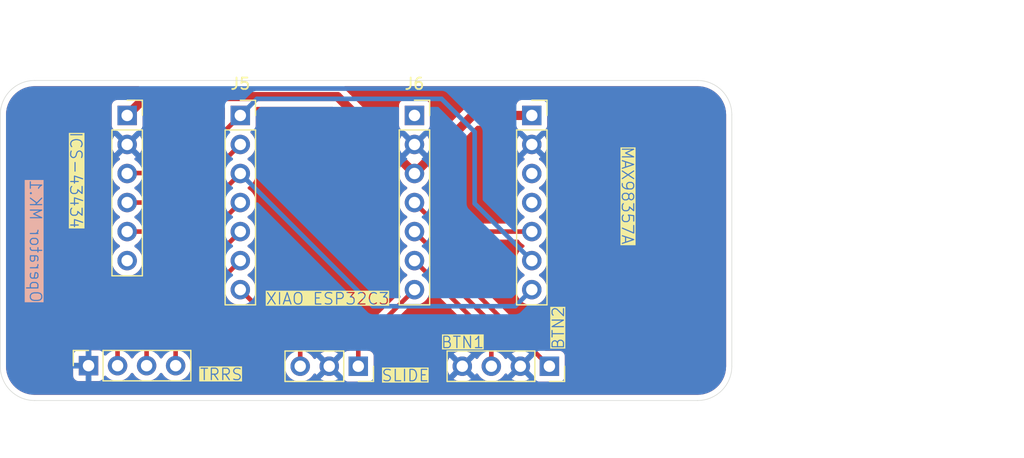
<source format=kicad_pcb>
(kicad_pcb (version 20241229) (generator "pcbnew") (generator_version "9.0")
  (layers (0 "F.Cu" signal) (2 "B.Cu" signal) (13 "F.Paste" user) (15 "B.Paste" user) (5 "F.SilkS" user "F.Silkscreen") (7 "B.SilkS" user "B.Silkscreen") (1 "F.Mask" user) (3 "B.Mask" user) (25 "Edge.Cuts" user))
  (net 0 "")
  (net 2 "BCLK")
  (net 3 "GND")
  (net 4 "LRC")
  (net 5 "3V")
  (net 6 "DOUT")
  (net 7 "DIN")
  (net 11 "D7")
  (net 12 "D9")
  (net 13 "D4")
  (net 14 "D8")
  (net 15 "D5")
  (net 16 "D6")
  (net 17 "D3")
  (footprint "Connector_PinSocket_2.54mm:PinSocket_1x07_P2.54mm_Vertical" (layer "F.Cu") (at 153.5 90.06)
    (property "Reference" "J4" (hide yes))
    (property "Value" "Speaker" (hide yes))
    (fp_line (start -1.33 1.27) (end -1.33 16.57) (stroke (width 0.12)) (layer "F.SilkS"))
    (fp_line (start -1.33 1.27) (end 1.33 1.27) (stroke (width 0.12)) (layer "F.SilkS"))
    (fp_line (start -1.33 16.57) (end 1.33 16.57) (stroke (width 0.12)) (layer "F.SilkS"))
    (fp_line (start 0 -1.33) (end 1.33 -1.33) (stroke (width 0.12)) (layer "F.SilkS"))
    (fp_line (start 1.33 -1.33) (end 1.33 0) (stroke (width 0.12)) (layer "F.SilkS"))
    (fp_line (start 1.33 1.27) (end 1.33 16.57) (stroke (width 0.12)) (layer "F.SilkS"))
    (pad "1" thru_hole rect (at 0 0) (size 1.7 1.7) (drill 1) (layers "*.Cu" "*.Mask") (net 5 "3V"))
    (pad "2" thru_hole circle (at 0 2.54) (size 1.7 1.7) (drill 1) (layers "*.Cu" "*.Mask") (net 3 "GND"))
    (pad "3" thru_hole circle (at 0 5.08) (size 1.7 1.7) (drill 1) (layers "*.Cu" "*.Mask"))
    (pad "4" thru_hole circle (at 0 7.62) (size 1.7 1.7) (drill 1) (layers "*.Cu" "*.Mask"))
    (pad "5" thru_hole circle (at 0 10.16) (size 1.7 1.7) (drill 1) (layers "*.Cu" "*.Mask") (net 7 "DIN"))
    (pad "6" thru_hole circle (at 0 12.7) (size 1.7 1.7) (drill 1) (layers "*.Cu" "*.Mask") (net 2 "BCLK"))
    (pad "7" thru_hole circle (at 0 15.24) (size 1.7 1.7) (drill 1) (layers "*.Cu" "*.Mask") (net 4 "LRC"))
  )
  (footprint "Connector_PinSocket_2.54mm:PinSocket_1x04_P2.54mm_Vertical" (layer "F.Cu") (at 155.04 112 -90)
    (property "Reference" "J3" (hide yes))
    (property "Value" "Buttons" (hide yes))
    (fp_line (start -1.33 8.95) (end 1.33 8.95) (stroke (width 0.12)) (layer "F.SilkS"))
    (fp_line (start -1.33 1.27) (end -1.33 8.95) (stroke (width 0.12)) (layer "F.SilkS"))
    (fp_line (start -1.33 1.27) (end 1.33 1.27) (stroke (width 0.12)) (layer "F.SilkS"))
    (fp_line (start 1.33 1.27) (end 1.33 8.95) (stroke (width 0.12)) (layer "F.SilkS"))
    (fp_line (start 0 -1.33) (end 1.33 -1.33) (stroke (width 0.12)) (layer "F.SilkS"))
    (fp_line (start 1.33 -1.33) (end 1.33 0) (stroke (width 0.12)) (layer "F.SilkS"))
    (pad "1" thru_hole rect (at 0 0 270) (size 1.7 1.7) (drill 1) (layers "*.Cu" "*.Mask") (net 12 "D9"))
    (pad "2" thru_hole circle (at 0 2.54 270) (size 1.7 1.7) (drill 1) (layers "*.Cu" "*.Mask") (net 3 "GND"))
    (pad "3" thru_hole circle (at 0 5.08 270) (size 1.7 1.7) (drill 1) (layers "*.Cu" "*.Mask") (net 14 "D8"))
    (pad "4" thru_hole circle (at 0 7.62 270) (size 1.7 1.7) (drill 1) (layers "*.Cu" "*.Mask") (net 3 "GND"))
  )
  (footprint "Connector_PinSocket_2.54mm:PinSocket_1x07_P2.54mm_Vertical" (layer "F.Cu") (at 128 90.06)
    (property "Reference" "J5" (at 0 -2.77 0) (layer "F.SilkS"))
    (property "Value" "Xiao Left" (hide yes))
    (fp_line (start -1.33 1.27) (end -1.33 16.57) (stroke (width 0.12)) (layer "F.SilkS"))
    (fp_line (start -1.33 1.27) (end 1.33 1.27) (stroke (width 0.12)) (layer "F.SilkS"))
    (fp_line (start -1.33 16.57) (end 1.33 16.57) (stroke (width 0.12)) (layer "F.SilkS"))
    (fp_line (start 0 -1.33) (end 1.33 -1.33) (stroke (width 0.12)) (layer "F.SilkS"))
    (fp_line (start 1.33 -1.33) (end 1.33 0) (stroke (width 0.12)) (layer "F.SilkS"))
    (fp_line (start 1.33 1.27) (end 1.33 16.57) (stroke (width 0.12)) (layer "F.SilkS"))
    (pad "1" thru_hole rect (at 0 0) (size 1.7 1.7) (drill 1) (layers "*.Cu" "*.Mask") (net 2 "BCLK"))
    (pad "2" thru_hole circle (at 0 2.54) (size 1.7 1.7) (drill 1) (layers "*.Cu" "*.Mask") (net 6 "DOUT"))
    (pad "3" thru_hole circle (at 0 5.08) (size 1.7 1.7) (drill 1) (layers "*.Cu" "*.Mask") (net 4 "LRC"))
    (pad "4" thru_hole circle (at 0 7.62) (size 1.7 1.7) (drill 1) (layers "*.Cu" "*.Mask") (net 17 "D3"))
    (pad "5" thru_hole circle (at 0 10.16) (size 1.7 1.7) (drill 1) (layers "*.Cu" "*.Mask") (net 13 "D4"))
    (pad "6" thru_hole circle (at 0 12.7) (size 1.7 1.7) (drill 1) (layers "*.Cu" "*.Mask") (net 15 "D5"))
    (pad "7" thru_hole circle (at 0 15.24) (size 1.7 1.7) (drill 1) (layers "*.Cu" "*.Mask") (net 16 "D6"))
  )
  (footprint "Connector_PinSocket_2.54mm:PinSocket_1x04_P2.54mm_Vertical" (layer "F.Cu") (at 114.72 111.95 90)
    (property "Reference" "J8" (hide yes))
    (property "Value" "TRRS Socket" (hide yes))
    (fp_line (start 1.33 -1.33) (end 1.33 0) (stroke (width 0.12)) (layer "F.SilkS"))
    (fp_line (start 0 -1.33) (end 1.33 -1.33) (stroke (width 0.12)) (layer "F.SilkS"))
    (fp_line (start 1.33 1.27) (end 1.33 8.95) (stroke (width 0.12)) (layer "F.SilkS"))
    (fp_line (start -1.33 1.27) (end 1.33 1.27) (stroke (width 0.12)) (layer "F.SilkS"))
    (fp_line (start -1.33 1.27) (end -1.33 8.95) (stroke (width 0.12)) (layer "F.SilkS"))
    (fp_line (start -1.33 8.95) (end 1.33 8.95) (stroke (width 0.12)) (layer "F.SilkS"))
    (pad "1" thru_hole rect (at 0 0 90) (size 1.7 1.7) (drill 1) (layers "*.Cu" "*.Mask") (net 3 "GND"))
    (pad "2" thru_hole circle (at 0 2.54 90) (size 1.7 1.7) (drill 1) (layers "*.Cu" "*.Mask") (net 17 "D3"))
    (pad "3" thru_hole circle (at 0 5.08 90) (size 1.7 1.7) (drill 1) (layers "*.Cu" "*.Mask") (net 13 "D4"))
    (pad "4" thru_hole circle (at 0 7.62 90) (size 1.7 1.7) (drill 1) (layers "*.Cu" "*.Mask") (net 15 "D5"))
  )
  (footprint "Connector_PinSocket_2.54mm:PinSocket_1x07_P2.54mm_Vertical" (layer "F.Cu") (at 143.235 90.06)
    (property "Reference" "J6" (at 0 -2.77 0) (layer "F.SilkS"))
    (property "Value" "Xiao Right")
    (fp_line (start -1.33 1.27) (end -1.33 16.57) (stroke (width 0.12)) (layer "F.SilkS"))
    (fp_line (start -1.33 1.27) (end 1.33 1.27) (stroke (width 0.12)) (layer "F.SilkS"))
    (fp_line (start -1.33 16.57) (end 1.33 16.57) (stroke (width 0.12)) (layer "F.SilkS"))
    (fp_line (start 0 -1.33) (end 1.33 -1.33) (stroke (width 0.12)) (layer "F.SilkS"))
    (fp_line (start 1.33 -1.33) (end 1.33 0) (stroke (width 0.12)) (layer "F.SilkS"))
    (fp_line (start 1.33 1.27) (end 1.33 16.57) (stroke (width 0.12)) (layer "F.SilkS"))
    (pad "1" thru_hole rect (at 0 0) (size 1.7 1.7) (drill 1) (layers "*.Cu" "*.Mask"))
    (pad "2" thru_hole circle (at 0 2.54) (size 1.7 1.7) (drill 1) (layers "*.Cu" "*.Mask") (net 3 "GND"))
    (pad "3" thru_hole circle (at 0 5.08) (size 1.7 1.7) (drill 1) (layers "*.Cu" "*.Mask") (net 5 "3V"))
    (pad "4" thru_hole circle (at 0 7.62) (size 1.7 1.7) (drill 1) (layers "*.Cu" "*.Mask") (net 7 "DIN"))
    (pad "5" thru_hole circle (at 0 10.16) (size 1.7 1.7) (drill 1) (layers "*.Cu" "*.Mask") (net 12 "D9"))
    (pad "6" thru_hole circle (at 0 12.7) (size 1.7 1.7) (drill 1) (layers "*.Cu" "*.Mask") (net 14 "D8"))
    (pad "7" thru_hole circle (at 0 15.24) (size 1.7 1.7) (drill 1) (layers "*.Cu" "*.Mask") (net 11 "D7"))
  )
  (footprint "Connector_PinSocket_2.54mm:PinSocket_1x03_P2.54mm_Vertical" (layer "F.Cu") (at 138.32 112 -90)
    (property "Reference" "J1" (hide yes))
    (property "Value" "Slide Switch" (hide yes))
    (fp_line (start -1.33 6.41) (end 1.33 6.41) (stroke (width 0.12)) (layer "F.SilkS"))
    (fp_line (start -1.33 1.27) (end -1.33 6.41) (stroke (width 0.12)) (layer "F.SilkS"))
    (fp_line (start -1.33 1.27) (end 1.33 1.27) (stroke (width 0.12)) (layer "F.SilkS"))
    (fp_line (start 1.33 1.27) (end 1.33 6.41) (stroke (width 0.12)) (layer "F.SilkS"))
    (fp_line (start 0 -1.33) (end 1.33 -1.33) (stroke (width 0.12)) (layer "F.SilkS"))
    (fp_line (start 1.33 -1.33) (end 1.33 0) (stroke (width 0.12)) (layer "F.SilkS"))
    (pad "1" thru_hole rect (at 0 0 270) (size 1.7 1.7) (drill 1) (layers "*.Cu" "*.Mask") (net 11 "D7"))
    (pad "2" thru_hole circle (at 0 2.54 270) (size 1.7 1.7) (drill 1) (layers "*.Cu" "*.Mask") (net 3 "GND"))
    (pad "3" thru_hole circle (at 0 5.08 270) (size 1.7 1.7) (drill 1) (layers "*.Cu" "*.Mask") (net 16 "D6"))
  )
  (footprint "Connector_PinSocket_2.54mm:PinSocket_1x06_P2.54mm_Vertical" (layer "F.Cu") (at 118.1 90.06)
    (property "Reference" "J2" (hide yes))
    (property "Value" "Microphone" (hide yes))
    (fp_line (start -1.33 1.27) (end -1.33 14.03) (stroke (width 0.12)) (layer "F.SilkS"))
    (fp_line (start -1.33 1.27) (end 1.33 1.27) (stroke (width 0.12)) (layer "F.SilkS"))
    (fp_line (start -1.33 14.03) (end 1.33 14.03) (stroke (width 0.12)) (layer "F.SilkS"))
    (fp_line (start 0 -1.33) (end 1.33 -1.33) (stroke (width 0.12)) (layer "F.SilkS"))
    (fp_line (start 1.33 -1.33) (end 1.33 0) (stroke (width 0.12)) (layer "F.SilkS"))
    (fp_line (start 1.33 1.27) (end 1.33 14.03) (stroke (width 0.12)) (layer "F.SilkS"))
    (pad "1" thru_hole rect (at 0 0) (size 1.7 1.7) (drill 1) (layers "*.Cu" "*.Mask") (net 5 "3V"))
    (pad "2" thru_hole circle (at 0 2.54) (size 1.7 1.7) (drill 1) (layers "*.Cu" "*.Mask") (net 3 "GND"))
    (pad "3" thru_hole circle (at 0 5.08) (size 1.7 1.7) (drill 1) (layers "*.Cu" "*.Mask") (net 2 "BCLK"))
    (pad "4" thru_hole circle (at 0 7.62) (size 1.7 1.7) (drill 1) (layers "*.Cu" "*.Mask") (net 6 "DOUT"))
    (pad "5" thru_hole circle (at 0 10.16) (size 1.7 1.7) (drill 1) (layers "*.Cu" "*.Mask") (net 4 "LRC"))
    (pad "6" thru_hole circle (at 0 12.7) (size 1.7 1.7) (drill 1) (layers "*.Cu" "*.Mask"))
  )
  (gr_line (start 168 87) (end 110 87) (stroke (width 0.05)) (layer "Edge.Cuts"))
  (gr_arc (start 107 90) (mid 107.87868 87.87868) (end 110 87) (stroke (width 0.05)) (layer "Edge.Cuts"))
  (gr_arc (start 168 87) (mid 170.12132 87.87868) (end 171 90) (stroke (width 0.05)) (layer "Edge.Cuts"))
  (gr_line (start 107 90) (end 107 112) (stroke (width 0.05)) (layer "Edge.Cuts"))
  (gr_line (start 110 115) (end 168 115) (stroke (width 0.05)) (layer "Edge.Cuts"))
  (gr_line (start 171 112) (end 171 90) (stroke (width 0.05)) (layer "Edge.Cuts"))
  (gr_arc (start 110 115) (mid 107.87868 114.12132) (end 107 112) (stroke (width 0.05)) (layer "Edge.Cuts"))
  (gr_arc (start 171 112) (mid 170.12132 114.12132) (end 168 115) (stroke (width 0.05)) (layer "Edge.Cuts"))
  (gr_text "ICS-43434" (at 113.03 91.44 270) (layer "F.SilkS" knockout) (effects (font (size 1 1) (thickness 0.1)) (justify left bottom)))
  (gr_text "TRRS" (at 124.4 113.3 0) (layer "F.SilkS" knockout) (effects (font (size 1 1) (thickness 0.1)) (justify left bottom)))
  (gr_text "BTN1" (at 145.5 110.5 0) (layer "F.SilkS" knockout) (effects (font (size 1 1) (thickness 0.1)) (justify left bottom)))
  (gr_text "SLIDE" (at 140.3 113.4 0) (layer "F.SilkS" knockout) (effects (font (size 1 1) (thickness 0.1)) (justify left bottom)))
  (gr_text "XIAO ESP32C3" (at 130.175 106.68 0) (layer "F.SilkS" knockout) (effects (font (size 1 1) (thickness 0.1)) (justify left bottom)))
  (gr_text "BTN2" (at 156.4 110.6 90) (layer "F.SilkS" knockout) (effects (font (size 1 1) (thickness 0.1)) (justify left bottom)))
  (gr_text "MAX98357A" (at 161.29 92.71 270) (layer "F.SilkS" knockout) (effects (font (size 1 1) (thickness 0.1)) (justify left bottom)))
  (gr_text "Operator MK.1" (at 109.5 106.5 270) (layer "B.SilkS" knockout) (effects (font (size 1 1) (thickness 0.1)) (justify left bottom mirror)))
  (segment (start 128 90.06) (end 122.96 95.1) (width 0.4) (layer "F.Cu") (net 2))
  (segment (start 122.96 95.1) (end 118.14 95.1) (width 0.4) (layer "F.Cu") (net 2))
  (segment (start 118.14 95.1) (end 118.1 95.14) (width 0.4) (layer "F.Cu") (net 2))
  (segment (start 129.451 88.609) (end 145.609 88.609) (width 0.4) (layer "B.Cu") (net 2))
  (segment (start 148.5 97.76) (end 153.5 102.76) (width 0.4) (layer "B.Cu") (net 2))
  (segment (start 128 90.06) (end 129.451 88.609) (width 0.4) (layer "B.Cu") (net 2))
  (segment (start 148.5 91.5) (end 148.5 97.76) (width 0.4) (layer "B.Cu") (net 2))
  (segment (start 145.609 88.609) (end 148.5 91.5) (width 0.4) (layer "B.Cu") (net 2))
  (segment (start 135.96 112.4) (end 135.9 112.46) (width 0.4) (layer "F.Cu") (net 3))
  (segment (start 152.8 112.42) (end 152.68 112.3) (width 0.4) (layer "F.Cu") (net 3))
  (segment (start 122.92 100.22) (end 118.1 100.22) (width 0.4) (layer "F.Cu") (net 4))
  (segment (start 128 95.14) (end 122.92 100.22) (width 0.4) (layer "F.Cu") (net 4))
  (segment (start 153.2 104.94) (end 153.2 105) (width 0.4) (layer "F.Cu") (net 4))
  (segment (start 139.611 106.751) (end 152.049 106.751) (width 0.4) (layer "B.Cu") (net 4))
  (segment (start 152.049 106.751) (end 153.5 105.3) (width 0.4) (layer "B.Cu") (net 4))
  (segment (start 128 95.14) (end 139.611 106.751) (width 0.4) (layer "B.Cu") (net 4))
  (segment (start 143.235 95.14) (end 136.504 88.409) (width 0.8) (layer "F.Cu") (net 5))
  (segment (start 148.315 90.06) (end 153.5 90.06) (width 0.8) (layer "F.Cu") (net 5))
  (segment (start 143.235 95.14) (end 148.315 90.06) (width 0.8) (layer "F.Cu") (net 5))
  (segment (start 119.751 88.409) (end 118.1 90.06) (width 0.8) (layer "F.Cu") (net 5))
  (segment (start 136.504 88.409) (end 119.751 88.409) (width 0.8) (layer "F.Cu") (net 5))
  (segment (start 128 92.6) (end 122.92 97.68) (width 0.4) (layer "F.Cu") (net 6))
  (segment (start 122.92 97.68) (end 118.1 97.68) (width 0.4) (layer "F.Cu") (net 6))
  (segment (start 143.235 97.68) (end 145.775 100.22) (width 0.4) (layer "F.Cu") (net 7))
  (segment (start 145.775 100.22) (end 153.5 100.22) (width 0.4) (layer "F.Cu") (net 7))
  (segment (start 138.5 111.94) (end 138.5 112.4) (width 0.4) (layer "F.Cu") (net 11))
  (segment (start 143.235 105.3) (end 138.32 110.215) (width 0.4) (layer "F.Cu") (net 11))
  (segment (start 138.32 110.215) (end 138.32 112) (width 0.4) (layer "F.Cu") (net 11))
  (segment (start 143.235 100.22) (end 155.015 112) (width 0.4) (layer "F.Cu") (net 12))
  (segment (start 154.94 112.3) (end 155.22 112.3) (width 0.4) (layer "F.Cu") (net 12))
  (segment (start 155.22 111.72) (end 155.22 112.3) (width 0.4) (layer "F.Cu") (net 12))
  (segment (start 155.015 112) (end 155.04 112) (width 0.4) (layer "F.Cu") (net 12))
  (segment (start 119.8 108.42) (end 119.8 111.95) (width 0.4) (layer "F.Cu") (net 13))
  (segment (start 128 100.22) (end 119.8 108.42) (width 0.4) (layer "F.Cu") (net 13))
  (segment (start 149.96 109.485) (end 149.96 112) (width 0.4) (layer "F.Cu") (net 14))
  (segment (start 143.235 102.76) (end 149.96 109.485) (width 0.4) (layer "F.Cu") (net 14))
  (segment (start 122.34 108.42) (end 122.34 111.95) (width 0.4) (layer "F.Cu") (net 15))
  (segment (start 128 102.76) (end 122.34 108.42) (width 0.4) (layer "F.Cu") (net 15))
  (segment (start 128 105.3) (end 133.24 110.54) (width 0.4) (layer "F.Cu") (net 16))
  (segment (start 133.24 110.54) (end 133.24 112) (width 0.4) (layer "F.Cu") (net 16))
  (segment (start 128 97.68) (end 117.26 108.42) (width 0.4) (layer "F.Cu") (net 17))
  (segment (start 117.26 108.42) (end 117.26 111.95) (width 0.4) (layer "F.Cu") (net 17))
  (zone (net 0) (net_name "") (layer "F.Cu") (connect_pads (clearance 0.5)) (min_thickness 0.25) (fill yes (thermal_gap 0.5) (thermal_bridge_width 0.5) (island_removal_mode 1) (island_area_min 10))
    (polygon (pts (xy 171 87) (xy 107 86.995) (xy 107 115) (xy 171 115)))
  )
  (zone (net 3) (net_name "GND") (layer "B.Cu") (priority 1) (connect_pads (clearance 0.5)) (min_thickness 0.25) (fill yes (thermal_gap 0.5) (thermal_bridge_width 0.5) (island_removal_mode 1) (island_area_min 10))
    (polygon (pts (xy 171 115) (xy 171 87) (xy 107 87) (xy 107 115)))
  )
)
</source>
